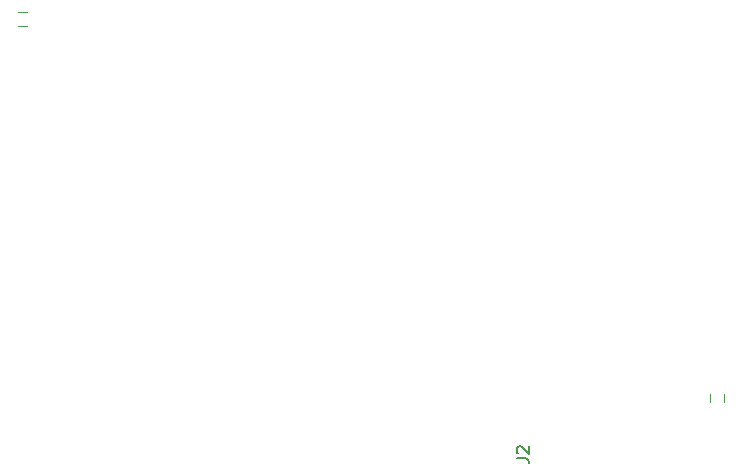
<source format=gbr>
G04 #@! TF.GenerationSoftware,KiCad,Pcbnew,(5.1.5)-3*
G04 #@! TF.CreationDate,2021-01-14T21:29:06-05:00*
G04 #@! TF.ProjectId,Wing,57696e67-2e6b-4696-9361-645f70636258,rev?*
G04 #@! TF.SameCoordinates,Original*
G04 #@! TF.FileFunction,Legend,Top*
G04 #@! TF.FilePolarity,Positive*
%FSLAX46Y46*%
G04 Gerber Fmt 4.6, Leading zero omitted, Abs format (unit mm)*
G04 Created by KiCad (PCBNEW (5.1.5)-3) date 2021-01-14 21:29:06*
%MOMM*%
%LPD*%
G04 APERTURE LIST*
%ADD10C,0.120000*%
%ADD11C,0.150000*%
G04 APERTURE END LIST*
D10*
X170672649Y-92440452D02*
X170672649Y-93140452D01*
X169472649Y-93140452D02*
X169472649Y-92440452D01*
X111647649Y-61265452D02*
X110947649Y-61265452D01*
X110947649Y-60065452D02*
X111647649Y-60065452D01*
D11*
X153152380Y-97883333D02*
X153866666Y-97883333D01*
X154009523Y-97930952D01*
X154104761Y-98026190D01*
X154152380Y-98169047D01*
X154152380Y-98264285D01*
X153247619Y-97454761D02*
X153200000Y-97407142D01*
X153152380Y-97311904D01*
X153152380Y-97073809D01*
X153200000Y-96978571D01*
X153247619Y-96930952D01*
X153342857Y-96883333D01*
X153438095Y-96883333D01*
X153580952Y-96930952D01*
X154152380Y-97502380D01*
X154152380Y-96883333D01*
M02*

</source>
